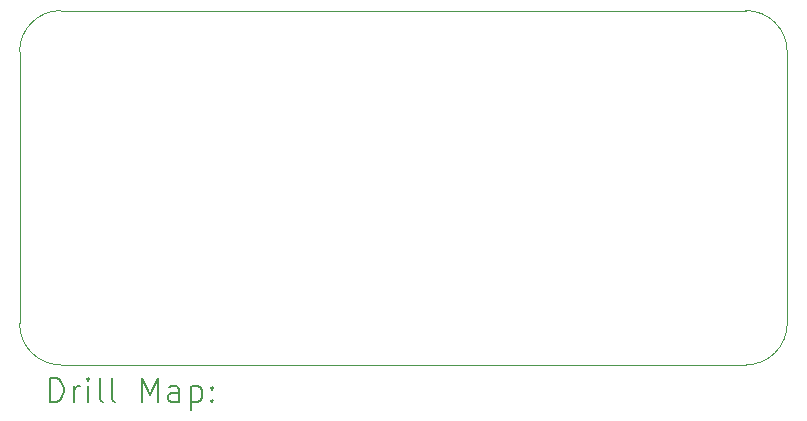
<source format=gbr>
%TF.GenerationSoftware,KiCad,Pcbnew,9.0.5*%
%TF.CreationDate,2025-11-03T18:46:07+02:00*%
%TF.ProjectId,elecDeTrimisproiect,656c6563-4465-4547-9269-6d697370726f,rev?*%
%TF.SameCoordinates,Original*%
%TF.FileFunction,Drillmap*%
%TF.FilePolarity,Positive*%
%FSLAX45Y45*%
G04 Gerber Fmt 4.5, Leading zero omitted, Abs format (unit mm)*
G04 Created by KiCad (PCBNEW 9.0.5) date 2025-11-03 18:46:07*
%MOMM*%
%LPD*%
G01*
G04 APERTURE LIST*
%ADD10C,0.050000*%
%ADD11C,0.200000*%
G04 APERTURE END LIST*
D10*
X2550000Y-5600000D02*
X2550000Y-3300000D01*
X2900000Y-2950000D02*
X8700000Y-2950000D01*
X8700000Y-5950000D02*
X2900000Y-5950000D01*
X2900000Y-5950000D02*
G75*
G02*
X2550000Y-5600000I0J350000D01*
G01*
X9050000Y-5600000D02*
G75*
G02*
X8700000Y-5950000I-350000J0D01*
G01*
X9050000Y-3300000D02*
X9050000Y-5600000D01*
X2550000Y-3300000D02*
G75*
G02*
X2900000Y-2950000I350000J0D01*
G01*
X8700000Y-2950000D02*
G75*
G02*
X9050000Y-3300000I0J-350000D01*
G01*
D11*
X2808277Y-6263984D02*
X2808277Y-6063984D01*
X2808277Y-6063984D02*
X2855896Y-6063984D01*
X2855896Y-6063984D02*
X2884467Y-6073508D01*
X2884467Y-6073508D02*
X2903515Y-6092555D01*
X2903515Y-6092555D02*
X2913039Y-6111603D01*
X2913039Y-6111603D02*
X2922562Y-6149698D01*
X2922562Y-6149698D02*
X2922562Y-6178269D01*
X2922562Y-6178269D02*
X2913039Y-6216365D01*
X2913039Y-6216365D02*
X2903515Y-6235412D01*
X2903515Y-6235412D02*
X2884467Y-6254460D01*
X2884467Y-6254460D02*
X2855896Y-6263984D01*
X2855896Y-6263984D02*
X2808277Y-6263984D01*
X3008277Y-6263984D02*
X3008277Y-6130650D01*
X3008277Y-6168746D02*
X3017801Y-6149698D01*
X3017801Y-6149698D02*
X3027324Y-6140174D01*
X3027324Y-6140174D02*
X3046372Y-6130650D01*
X3046372Y-6130650D02*
X3065420Y-6130650D01*
X3132086Y-6263984D02*
X3132086Y-6130650D01*
X3132086Y-6063984D02*
X3122562Y-6073508D01*
X3122562Y-6073508D02*
X3132086Y-6083031D01*
X3132086Y-6083031D02*
X3141610Y-6073508D01*
X3141610Y-6073508D02*
X3132086Y-6063984D01*
X3132086Y-6063984D02*
X3132086Y-6083031D01*
X3255896Y-6263984D02*
X3236848Y-6254460D01*
X3236848Y-6254460D02*
X3227324Y-6235412D01*
X3227324Y-6235412D02*
X3227324Y-6063984D01*
X3360658Y-6263984D02*
X3341610Y-6254460D01*
X3341610Y-6254460D02*
X3332086Y-6235412D01*
X3332086Y-6235412D02*
X3332086Y-6063984D01*
X3589229Y-6263984D02*
X3589229Y-6063984D01*
X3589229Y-6063984D02*
X3655896Y-6206841D01*
X3655896Y-6206841D02*
X3722562Y-6063984D01*
X3722562Y-6063984D02*
X3722562Y-6263984D01*
X3903515Y-6263984D02*
X3903515Y-6159222D01*
X3903515Y-6159222D02*
X3893991Y-6140174D01*
X3893991Y-6140174D02*
X3874943Y-6130650D01*
X3874943Y-6130650D02*
X3836848Y-6130650D01*
X3836848Y-6130650D02*
X3817801Y-6140174D01*
X3903515Y-6254460D02*
X3884467Y-6263984D01*
X3884467Y-6263984D02*
X3836848Y-6263984D01*
X3836848Y-6263984D02*
X3817801Y-6254460D01*
X3817801Y-6254460D02*
X3808277Y-6235412D01*
X3808277Y-6235412D02*
X3808277Y-6216365D01*
X3808277Y-6216365D02*
X3817801Y-6197317D01*
X3817801Y-6197317D02*
X3836848Y-6187793D01*
X3836848Y-6187793D02*
X3884467Y-6187793D01*
X3884467Y-6187793D02*
X3903515Y-6178269D01*
X3998753Y-6130650D02*
X3998753Y-6330650D01*
X3998753Y-6140174D02*
X4017801Y-6130650D01*
X4017801Y-6130650D02*
X4055896Y-6130650D01*
X4055896Y-6130650D02*
X4074943Y-6140174D01*
X4074943Y-6140174D02*
X4084467Y-6149698D01*
X4084467Y-6149698D02*
X4093991Y-6168746D01*
X4093991Y-6168746D02*
X4093991Y-6225888D01*
X4093991Y-6225888D02*
X4084467Y-6244936D01*
X4084467Y-6244936D02*
X4074943Y-6254460D01*
X4074943Y-6254460D02*
X4055896Y-6263984D01*
X4055896Y-6263984D02*
X4017801Y-6263984D01*
X4017801Y-6263984D02*
X3998753Y-6254460D01*
X4179705Y-6244936D02*
X4189229Y-6254460D01*
X4189229Y-6254460D02*
X4179705Y-6263984D01*
X4179705Y-6263984D02*
X4170182Y-6254460D01*
X4170182Y-6254460D02*
X4179705Y-6244936D01*
X4179705Y-6244936D02*
X4179705Y-6263984D01*
X4179705Y-6140174D02*
X4189229Y-6149698D01*
X4189229Y-6149698D02*
X4179705Y-6159222D01*
X4179705Y-6159222D02*
X4170182Y-6149698D01*
X4170182Y-6149698D02*
X4179705Y-6140174D01*
X4179705Y-6140174D02*
X4179705Y-6159222D01*
M02*

</source>
